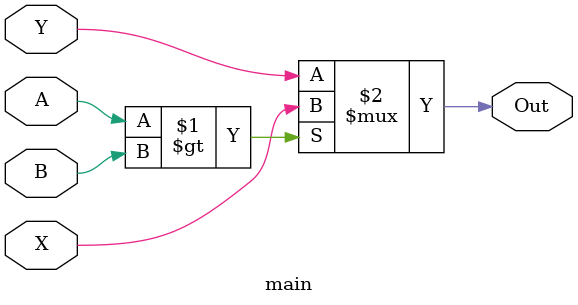
<source format=v>
module main(input A, B, X, Y, output Out);

    assign Out = (A > B) ? X : Y;

endmodule
</source>
